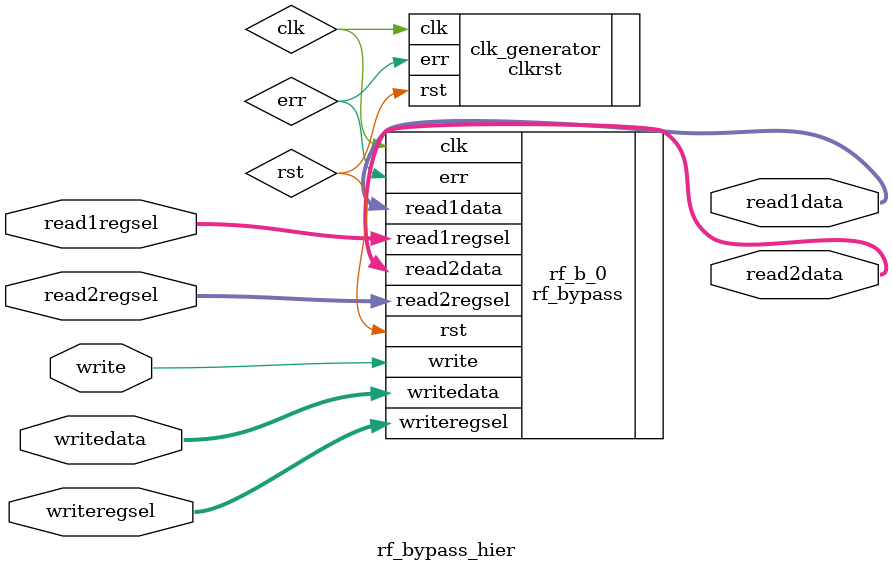
<source format=v>
/* $Author: karu $ */
/* $LastChangedDate: 2009-03-04 23:09:45 -0600 (Wed, 04 Mar 2009) $ */
/* $Rev: 45 $ */
// YOU SHALL NOT EDIT THIS FILE. ANY CHANGES TO THIS FILE WILL
// RESULT IN ZERO FOR THIS PROBLEM.

module rf_bypass_hier (
                // Outputs
                read1data, read2data, 
                // Inputs
                read1regsel, read2regsel, writeregsel, writedata, write
                );
   input [2:0] read1regsel;
   input [2:0] read2regsel;
   input [2:0] writeregsel;
   input [15:0] writedata;
   input        write;

   output [15:0] read1data;
   output [15:0] read2data;

   wire          clk, rst;
   wire          err;
  

   // Ignore err for now
   clkrst clk_generator(.clk(clk), .rst(rst), .err(err) );
   rf_bypass rf_b_0(
          // Outputs
          .read1data                    (read1data[15:0]),
          .read2data                    (read2data[15:0]),
          .err                          (err),
          // Inputs
          .clk                          (clk),
          .rst                          (rst),
          .read1regsel                  (read1regsel[2:0]),
          .read2regsel                  (read2regsel[2:0]),
          .writeregsel                  (writeregsel[2:0]),
          .writedata                    (writedata[15:0]),
          .write                        (write));

endmodule
// DUMMY LINE FOR REV CONTROL :4:

</source>
